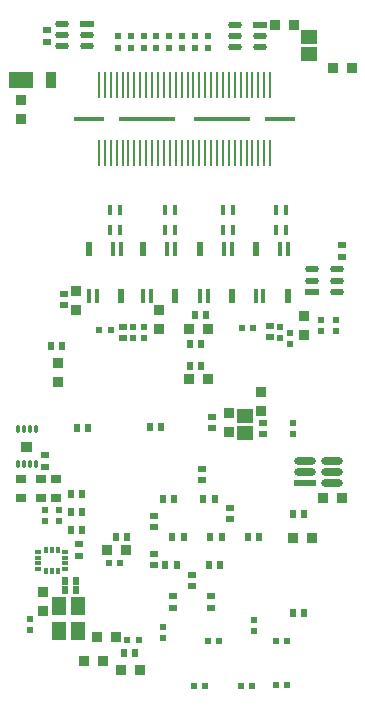
<source format=gbp>
G04*
G04 #@! TF.GenerationSoftware,Altium Limited,Altium Designer,22.8.2 (66)*
G04*
G04 Layer_Color=128*
%FSLAX25Y25*%
%MOIN*%
G70*
G04*
G04 #@! TF.SameCoordinates,FBB38BD8-B248-4C14-88E0-E7BD1AE39475*
G04*
G04*
G04 #@! TF.FilePolarity,Positive*
G04*
G01*
G75*
%ADD30R,0.02362X0.02520*%
%ADD31R,0.02520X0.02362*%
%ADD33R,0.02300X0.02000*%
%ADD37R,0.01968X0.02165*%
%ADD38R,0.03740X0.03347*%
%ADD40R,0.02000X0.02300*%
%ADD43R,0.02165X0.01968*%
%ADD44R,0.03347X0.03740*%
%ADD52R,0.03543X0.02953*%
G04:AMPARAMS|DCode=56|XSize=27.95mil|YSize=10.63mil|CornerRadius=3.72mil|HoleSize=0mil|Usage=FLASHONLY|Rotation=270.000|XOffset=0mil|YOffset=0mil|HoleType=Round|Shape=RoundedRectangle|*
%AMROUNDEDRECTD56*
21,1,0.02795,0.00319,0,0,270.0*
21,1,0.02051,0.01063,0,0,270.0*
1,1,0.00744,-0.00160,-0.01026*
1,1,0.00744,-0.00160,0.01026*
1,1,0.00744,0.00160,0.01026*
1,1,0.00744,0.00160,-0.01026*
%
%ADD56ROUNDEDRECTD56*%
%ADD57R,0.07301X0.02410*%
G04:AMPARAMS|DCode=58|XSize=73.01mil|YSize=24.1mil|CornerRadius=12.05mil|HoleSize=0mil|Usage=FLASHONLY|Rotation=0.000|XOffset=0mil|YOffset=0mil|HoleType=Round|Shape=RoundedRectangle|*
%AMROUNDEDRECTD58*
21,1,0.07301,0.00000,0,0,0.0*
21,1,0.04891,0.02410,0,0,0.0*
1,1,0.02410,0.02445,0.00000*
1,1,0.02410,-0.02445,0.00000*
1,1,0.02410,-0.02445,0.00000*
1,1,0.02410,0.02445,0.00000*
%
%ADD58ROUNDEDRECTD58*%
G04:AMPARAMS|DCode=126|XSize=47.45mil|YSize=20.86mil|CornerRadius=10.43mil|HoleSize=0mil|Usage=FLASHONLY|Rotation=180.000|XOffset=0mil|YOffset=0mil|HoleType=Round|Shape=RoundedRectangle|*
%AMROUNDEDRECTD126*
21,1,0.04745,0.00000,0,0,180.0*
21,1,0.02659,0.02086,0,0,180.0*
1,1,0.02086,-0.01330,0.00000*
1,1,0.02086,0.01330,0.00000*
1,1,0.02086,0.01330,0.00000*
1,1,0.02086,-0.01330,0.00000*
%
%ADD126ROUNDEDRECTD126*%
%ADD127R,0.04745X0.02086*%
%ADD130R,0.01098X0.08937*%
%ADD131R,0.05339X0.04545*%
G04:AMPARAMS|DCode=132|XSize=23.23mil|YSize=13.78mil|CornerRadius=3.45mil|HoleSize=0mil|Usage=FLASHONLY|Rotation=180.000|XOffset=0mil|YOffset=0mil|HoleType=Round|Shape=RoundedRectangle|*
%AMROUNDEDRECTD132*
21,1,0.02323,0.00689,0,0,180.0*
21,1,0.01634,0.01378,0,0,180.0*
1,1,0.00689,-0.00817,0.00345*
1,1,0.00689,0.00817,0.00345*
1,1,0.00689,0.00817,-0.00345*
1,1,0.00689,-0.00817,-0.00345*
%
%ADD132ROUNDEDRECTD132*%
G04:AMPARAMS|DCode=133|XSize=23.23mil|YSize=13.78mil|CornerRadius=3.45mil|HoleSize=0mil|Usage=FLASHONLY|Rotation=270.000|XOffset=0mil|YOffset=0mil|HoleType=Round|Shape=RoundedRectangle|*
%AMROUNDEDRECTD133*
21,1,0.02323,0.00689,0,0,270.0*
21,1,0.01634,0.01378,0,0,270.0*
1,1,0.00689,-0.00345,-0.00817*
1,1,0.00689,-0.00345,0.00817*
1,1,0.00689,0.00345,0.00817*
1,1,0.00689,0.00345,-0.00817*
%
%ADD133ROUNDEDRECTD133*%
%ADD134R,0.01614X0.04724*%
%ADD135R,0.01968X0.04724*%
%ADD136R,0.18504X0.01693*%
%ADD137R,0.10000X0.01693*%
%ADD138R,0.04724X0.05906*%
%ADD146R,0.01378X0.03543*%
%ADD147R,0.01378X0.03543*%
%ADD148R,0.01378X0.03543*%
%ADD149R,0.01378X0.03543*%
%ADD150R,0.03250X0.05200*%
%ADD151R,0.08350X0.05250*%
G36*
X5683Y85228D02*
Y82000D01*
X9148D01*
Y85228D01*
X5683D01*
D02*
G37*
D30*
X25905Y55905D02*
D03*
X22126D02*
D03*
X23890Y35700D02*
D03*
X20110D02*
D03*
X23890Y38700D02*
D03*
X20110D02*
D03*
X43590Y14700D02*
D03*
X39810D02*
D03*
X67244Y127559D02*
D03*
X63465D02*
D03*
X61890Y117717D02*
D03*
X65669D02*
D03*
X61890Y110630D02*
D03*
X65669D02*
D03*
X15510Y117100D02*
D03*
X19290D02*
D03*
X22126Y61811D02*
D03*
X25905D02*
D03*
X22126Y67716D02*
D03*
X25905D02*
D03*
X66280Y66241D02*
D03*
X70060D02*
D03*
X24094Y89764D02*
D03*
X27874D02*
D03*
X59764Y53543D02*
D03*
X55984D02*
D03*
X99921Y61024D02*
D03*
X96142D02*
D03*
X48504Y90158D02*
D03*
X52284D02*
D03*
X84961Y53543D02*
D03*
X81181D02*
D03*
X99921Y28346D02*
D03*
X96142D02*
D03*
X57402Y44094D02*
D03*
X53622D02*
D03*
X68583Y53543D02*
D03*
X72362D02*
D03*
X68189Y44094D02*
D03*
X71969D02*
D03*
X37087Y53543D02*
D03*
X40866D02*
D03*
X52835Y66142D02*
D03*
X56614D02*
D03*
D31*
X13400Y76910D02*
D03*
Y80690D02*
D03*
X112598Y146929D02*
D03*
Y150709D02*
D03*
X14095Y222362D02*
D03*
Y218583D02*
D03*
X88583Y123937D02*
D03*
Y120158D02*
D03*
X39370Y123543D02*
D03*
Y119764D02*
D03*
X19700Y134679D02*
D03*
Y130900D02*
D03*
X24803Y47323D02*
D03*
Y51102D02*
D03*
X50000Y56772D02*
D03*
Y60551D02*
D03*
X86221Y91654D02*
D03*
Y87874D02*
D03*
X69291Y93622D02*
D03*
Y89842D02*
D03*
X56299Y29921D02*
D03*
Y33701D02*
D03*
X68898Y30000D02*
D03*
Y33779D02*
D03*
X50000Y47953D02*
D03*
Y44173D02*
D03*
X62598Y40866D02*
D03*
Y37087D02*
D03*
X75197Y63307D02*
D03*
Y59527D02*
D03*
X65748Y76299D02*
D03*
Y72520D02*
D03*
D33*
X42100Y220404D02*
D03*
Y216604D02*
D03*
X13681Y58730D02*
D03*
Y62530D02*
D03*
X18323D02*
D03*
Y58730D02*
D03*
X46457Y220404D02*
D03*
Y216604D02*
D03*
X50394Y220404D02*
D03*
Y216604D02*
D03*
X54724D02*
D03*
Y220404D02*
D03*
X8600Y26300D02*
D03*
Y22500D02*
D03*
X96063Y91664D02*
D03*
Y87864D02*
D03*
X59055Y220404D02*
D03*
Y216604D02*
D03*
X63386Y220404D02*
D03*
Y216604D02*
D03*
X67716Y220404D02*
D03*
Y216604D02*
D03*
X37800Y220404D02*
D03*
Y216604D02*
D03*
X110630Y125916D02*
D03*
Y122116D02*
D03*
X105512Y125916D02*
D03*
Y122116D02*
D03*
X83071Y22116D02*
D03*
Y25916D02*
D03*
D37*
X78839Y3937D02*
D03*
X82579D02*
D03*
X90551Y4331D02*
D03*
X94291D02*
D03*
X90551Y18898D02*
D03*
X94291D02*
D03*
X71555D02*
D03*
X67815D02*
D03*
D38*
X5400Y199150D02*
D03*
Y192850D02*
D03*
X12992Y35039D02*
D03*
Y28740D02*
D03*
X100000Y127165D02*
D03*
Y120866D02*
D03*
X51575Y129134D02*
D03*
Y122835D02*
D03*
X17800Y105050D02*
D03*
Y111350D02*
D03*
X23900Y135450D02*
D03*
Y129150D02*
D03*
X74803Y94882D02*
D03*
Y88583D02*
D03*
X85433Y101969D02*
D03*
Y95669D02*
D03*
D40*
X38514Y44882D02*
D03*
X34714D02*
D03*
X79202Y123228D02*
D03*
X83002D02*
D03*
X35365Y122441D02*
D03*
X31565D02*
D03*
X44813Y19291D02*
D03*
X41013D02*
D03*
X66861Y3937D02*
D03*
X63061D02*
D03*
D43*
X52756Y19783D02*
D03*
Y23524D02*
D03*
X91732Y119770D02*
D03*
Y123510D02*
D03*
X95276Y117900D02*
D03*
Y121640D02*
D03*
X46457Y119783D02*
D03*
Y123524D02*
D03*
X42913Y119783D02*
D03*
Y123524D02*
D03*
D44*
X109449Y209842D02*
D03*
X115748D02*
D03*
X37150Y20200D02*
D03*
X30850D02*
D03*
X32846Y12036D02*
D03*
X26546D02*
D03*
X45050Y9200D02*
D03*
X38750D02*
D03*
X40551Y49213D02*
D03*
X34252D02*
D03*
X96063Y53150D02*
D03*
X102362D02*
D03*
X67716Y122835D02*
D03*
X61417D02*
D03*
X106299Y66535D02*
D03*
X112598D02*
D03*
X61417Y106299D02*
D03*
X67716D02*
D03*
X90158Y224016D02*
D03*
X96457D02*
D03*
D52*
X5500Y72850D02*
D03*
Y66550D02*
D03*
X17240Y66550D02*
D03*
Y72850D02*
D03*
X12205Y66550D02*
D03*
Y72850D02*
D03*
D56*
X10368Y77728D02*
D03*
X8400D02*
D03*
X6431D02*
D03*
X4463D02*
D03*
Y89500D02*
D03*
X6431D02*
D03*
X8400D02*
D03*
X10368D02*
D03*
D57*
X100196Y71457D02*
D03*
D58*
Y75197D02*
D03*
Y78937D02*
D03*
X109253D02*
D03*
Y75197D02*
D03*
Y71457D02*
D03*
D126*
X19093Y217132D02*
D03*
Y224613D02*
D03*
Y220872D02*
D03*
X27364D02*
D03*
Y217132D02*
D03*
X85238Y216732D02*
D03*
Y220472D02*
D03*
X76967D02*
D03*
Y224213D02*
D03*
Y216732D02*
D03*
X102557Y138976D02*
D03*
Y142717D02*
D03*
X110829D02*
D03*
Y138976D02*
D03*
Y135236D02*
D03*
D127*
X27364Y224613D02*
D03*
X85238Y224213D02*
D03*
X102557Y135236D02*
D03*
D130*
X88583Y181634D02*
D03*
X86614D02*
D03*
X84646D02*
D03*
Y204193D02*
D03*
X82677D02*
D03*
X86614D02*
D03*
X78740D02*
D03*
X76772D02*
D03*
X80709D02*
D03*
X88583D02*
D03*
X66929D02*
D03*
X64961D02*
D03*
X68898D02*
D03*
X61024D02*
D03*
X59055D02*
D03*
X62992D02*
D03*
X72835D02*
D03*
X70866D02*
D03*
X74803D02*
D03*
X78740Y181634D02*
D03*
X80709D02*
D03*
X82677D02*
D03*
X64961D02*
D03*
X62992D02*
D03*
X66929D02*
D03*
X59055D02*
D03*
X57087D02*
D03*
X61024D02*
D03*
X74803D02*
D03*
X72835D02*
D03*
X76772D02*
D03*
X68898D02*
D03*
X70866D02*
D03*
X49213Y204193D02*
D03*
X47244D02*
D03*
X51181D02*
D03*
X45276D02*
D03*
X55118D02*
D03*
X53150D02*
D03*
X57087D02*
D03*
X39370D02*
D03*
X37402D02*
D03*
X41339D02*
D03*
X33465D02*
D03*
X31496D02*
D03*
X35433D02*
D03*
X43307D02*
D03*
X49213Y181634D02*
D03*
X47244D02*
D03*
X51181D02*
D03*
X43307D02*
D03*
X45276D02*
D03*
X53150D02*
D03*
X55118D02*
D03*
X31496D02*
D03*
X33465D02*
D03*
X39370D02*
D03*
X37402D02*
D03*
X41339D02*
D03*
X35433D02*
D03*
D131*
X101575Y220187D02*
D03*
Y214471D02*
D03*
X80315Y88087D02*
D03*
Y93803D02*
D03*
D132*
X20335Y44691D02*
D03*
Y48628D02*
D03*
Y46660D02*
D03*
Y42723D02*
D03*
X11161Y48628D02*
D03*
Y46660D02*
D03*
Y44691D02*
D03*
Y42723D02*
D03*
D133*
X15748Y49278D02*
D03*
X17717D02*
D03*
Y42073D02*
D03*
X15748D02*
D03*
X13780Y49278D02*
D03*
Y42073D02*
D03*
D134*
X73228Y149567D02*
D03*
X75787D02*
D03*
X67716Y133898D02*
D03*
X65158D02*
D03*
X91826Y149567D02*
D03*
X94385D02*
D03*
X86314Y133898D02*
D03*
X83755D02*
D03*
X56890Y149567D02*
D03*
X54331D02*
D03*
X46260Y133898D02*
D03*
X48819D02*
D03*
X38780Y149567D02*
D03*
X36220D02*
D03*
X28150Y133898D02*
D03*
X30709D02*
D03*
D135*
X75787D02*
D03*
X65158Y149567D02*
D03*
X94385Y133898D02*
D03*
X83755Y149567D02*
D03*
X46260D02*
D03*
X56890Y133898D02*
D03*
X28150Y149567D02*
D03*
X38780Y133898D02*
D03*
D136*
X72539Y192913D02*
D03*
X47539D02*
D03*
D137*
X91791D02*
D03*
X28287D02*
D03*
D138*
X24409Y30551D02*
D03*
X18110D02*
D03*
Y22205D02*
D03*
X24409D02*
D03*
D146*
X72736Y162401D02*
D03*
X35335D02*
D03*
X53445D02*
D03*
D147*
X72736Y155709D02*
D03*
X76082Y162401D02*
D03*
X93799Y155709D02*
D03*
X35335Y155709D02*
D03*
X38681Y162401D02*
D03*
X56791D02*
D03*
X53445Y155709D02*
D03*
D148*
X76082Y155709D02*
D03*
X93799Y162401D02*
D03*
X90453Y155709D02*
D03*
X38681Y155709D02*
D03*
X56791D02*
D03*
D149*
X90453Y162401D02*
D03*
D150*
X15600Y205700D02*
D03*
D151*
X5600D02*
D03*
M02*

</source>
